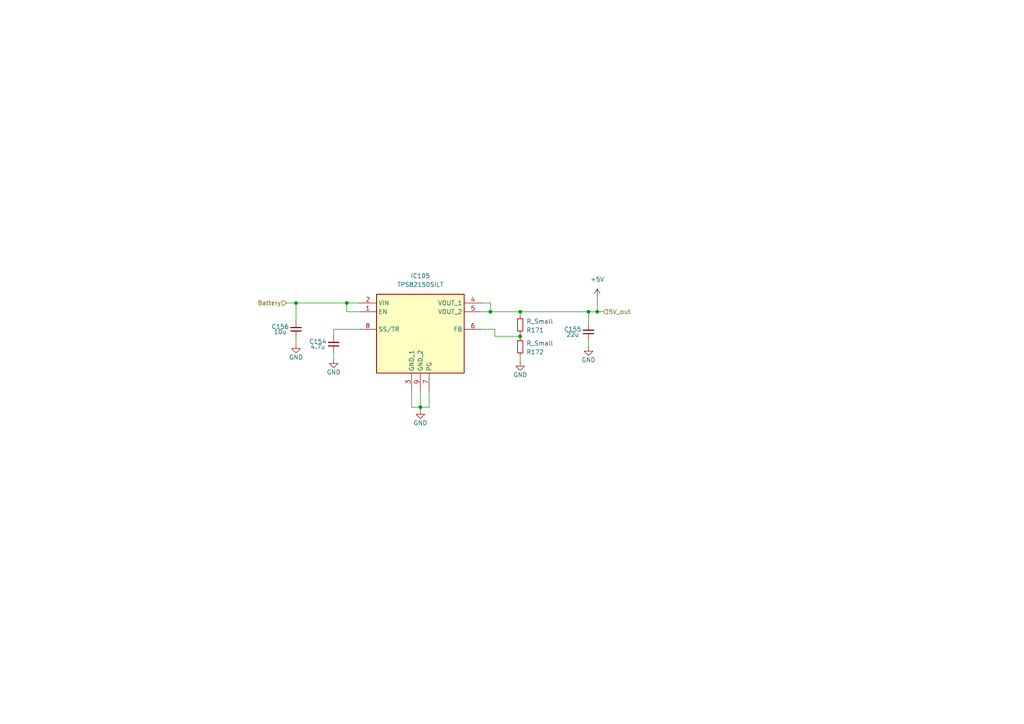
<source format=kicad_sch>
(kicad_sch (version 20231120) (generator "eeschema") (generator_version "8.0")
  (paper "A4")
  (lib_symbols
    (symbol "Device:C_Small" (pin_numbers hide) (pin_names (offset 0.254) hide)
      (property "Reference" "C" (at 0.254 1.778 0))
      (property "Value" "C_Small" (at 0.254 -2.032 0))
      (symbol "C_Small_0_1"
        (polyline (pts (xy -1.524 -0.508) (xy 1.524 -0.508)) (stroke (width 0.3302)))
        (polyline (pts (xy -1.524 0.508) (xy 1.524 0.508)) (stroke (width 0.3048)))
      )
      (symbol "C_Small_1_1"
        (pin passive line (at 0 2.54 270) (length 2.032) (name "~") (number "1"))
        (pin passive line (at 0 -2.54 90) (length 2.032) (name "~") (number "2"))
      )
    )
    (symbol "Device:R_Small" (pin_numbers hide) (pin_names (offset 0.254) hide)
      (property "Reference" "R" (at 0.762 0.508 0))
      (property "Value" "R_Small" (at 0.762 -1.016 0))
      (symbol "R_Small_0_1"
        (rectangle (start -0.762 1.778) (end 0.762 -1.778) (stroke (width 0.2032)))
      )
      (symbol "R_Small_1_1"
        (pin passive line (at 0 2.54 270) (length 0.762) (name "~") (number "1"))
        (pin passive line (at 0 -2.54 90) (length 0.762) (name "~") (number "2"))
      )
    )
    (symbol "SamacSys_Parts:TPS82150SILT"
      (property "Reference" "IC" (at 31.75 7.62 0))
      (property "Value" "TPS82150SILT" (at 31.75 5.08 0))
      (symbol "TPS82150SILT_1_1"
        (rectangle (start 5.08 2.54) (end 30.48 -20.32) (stroke (width 0.254)) (fill (type background)))
        (pin input line (at 0 -2.54 0) (length 5.08) (name "EN") (number "1"))
        (pin power_in line (at 0 0 0) (length 5.08) (name "VIN") (number "2"))
        (pin power_in line (at 15.24 -25.4 90) (length 5.08) (name "GND_1") (number "3"))
        (pin power_in line (at 35.56 0 180) (length 5.08) (name "VOUT_1") (number "4"))
        (pin power_in line (at 35.56 -2.54 180) (length 5.08) (name "VOUT_2") (number "5"))
        (pin input line (at 35.56 -7.62 180) (length 5.08) (name "FB") (number "6"))
        (pin output line (at 20.32 -25.4 90) (length 5.08) (name "PG") (number "7"))
        (pin input line (at 0 -7.62 0) (length 5.08) (name "SS/TR") (number "8"))
        (pin power_in line (at 17.78 -25.4 90) (length 5.08) (name "GND_2") (number "9"))
      )
    )
    (symbol "power:+5V" (power) (pin_numbers hide) (pin_names (offset 0) hide)
      (property "Value" "+5V" (at 0 3.556 0))
      (symbol "+5V_0_1"
        (polyline (pts (xy -0.762 1.27) (xy 0 2.54)))
        (polyline (pts (xy 0 0) (xy 0 2.54)))
        (polyline (pts (xy 0 2.54) (xy 0.762 1.27)))
      )
      (symbol "+5V_1_1"
        (pin power_in line (at 0 0 90) (length 0) (name "~") (number "1"))
      )
    )
    (symbol "power:GND" (power) (pin_names (offset 0))
      (property "Value" "GND" (at 0 -3.81 0))
      (symbol "GND_0_1"
        (polyline (pts (xy 0 0) (xy 0 -1.27) (xy 1.27 -1.27) (xy 0 -2.54) (xy -1.27 -1.27) (xy 0 -1.27)))
      )
      (symbol "GND_1_1"
        (pin power_in line (at 0 0 270) (length 0) hide (name "GND") (number "1"))
      )
    )
  )
  (junction (at 150.876 97.536))
  (junction (at 100.584 87.884))
  (junction (at 142.24 90.424))
  (junction (at 170.688 90.424))
  (junction (at 85.852 87.884))
  (junction (at 121.92 118.11))
  (junction (at 173.228 90.424))
  (junction (at 150.876 90.424))
  (wire (pts (xy 96.774 95.504) (xy 96.774 97.282)))
  (wire (pts (xy 170.688 90.424) (xy 170.688 93.726)))
  (wire (pts (xy 139.7 95.504) (xy 143.51 95.504)))
  (wire (pts (xy 170.688 90.424) (xy 173.228 90.424)))
  (wire (pts (xy 121.92 118.11) (xy 121.92 118.872)))
  (wire (pts (xy 173.228 90.424) (xy 173.228 86.36)))
  (wire (pts (xy 124.46 118.11) (xy 124.46 113.284)))
  (wire (pts (xy 83.058 87.884) (xy 85.852 87.884)))
  (wire (pts (xy 143.51 97.536) (xy 150.876 97.536)))
  (wire (pts (xy 119.38 113.284) (xy 119.38 118.11)))
  (wire (pts (xy 170.688 98.806) (xy 170.688 100.584)))
  (wire (pts (xy 142.24 87.884) (xy 139.7 87.884)))
  (wire (pts (xy 121.92 113.284) (xy 121.92 118.11)))
  (wire (pts (xy 150.876 96.774) (xy 150.876 97.536)))
  (wire (pts (xy 100.584 87.884) (xy 104.14 87.884)))
  (wire (pts (xy 85.852 87.884) (xy 100.584 87.884)))
  (wire (pts (xy 104.14 95.504) (xy 96.774 95.504)))
  (wire (pts (xy 142.24 90.424) (xy 150.876 90.424)))
  (wire (pts (xy 85.852 98.044) (xy 85.852 99.822)))
  (wire (pts (xy 142.24 90.424) (xy 142.24 87.884)))
  (wire (pts (xy 96.774 102.362) (xy 96.774 104.14)))
  (wire (pts (xy 150.876 97.536) (xy 150.876 98.044)))
  (wire (pts (xy 119.38 118.11) (xy 121.92 118.11)))
  (wire (pts (xy 100.584 90.424) (xy 100.584 87.884)))
  (wire (pts (xy 150.876 90.424) (xy 170.688 90.424)))
  (wire (pts (xy 121.92 118.11) (xy 124.46 118.11)))
  (wire (pts (xy 139.7 90.424) (xy 142.24 90.424)))
  (wire (pts (xy 85.852 87.884) (xy 85.852 92.964)))
  (wire (pts (xy 173.228 90.424) (xy 175.006 90.424)))
  (wire (pts (xy 143.51 95.504) (xy 143.51 97.536)))
  (wire (pts (xy 104.14 90.424) (xy 100.584 90.424)))
  (wire (pts (xy 150.876 103.124) (xy 150.876 104.902)))
  (wire (pts (xy 150.876 90.424) (xy 150.876 91.694)))
  (hierarchical_label "Battery" (shape input) (at 83.058 87.884 180))
  (hierarchical_label "5V_out" (shape input) (at 175.006 90.424 0))
  (symbol (lib_id "Device:R_Small") (at 150.876 94.234 0) (unit 1)
    (property "Reference" "R171" (at 152.654 95.758 0) (effects (justify left)))
    (property "Value" "R_Small" (at 152.654 93.218 0) (effects (justify left)))
    (property "Footprint" "Resistor_SMD:R_0603_1608Metric" (effects (hide yes)))
  )
  (symbol (lib_id "power:GND") (at 170.688 100.584 0) (mirror y) (unit 1)
    (property "Reference" "#PWR0251" (effects (hide yes)))
    (property "Value" "GND" (at 170.688 104.394 0))
  )
  (symbol (lib_id "Device:C_Small") (at 170.688 96.266 180) (unit 1)
    (property "Reference" "C155" (at 166.116 95.504 0))
    (property "Value" "22u" (at 166.116 97.028 0))
    (property "Footprint" "Capacitor_SMD:C_1206_3216Metric" (effects (hide yes)))
  )
  (symbol (lib_id "power:GND") (at 150.876 104.902 0) (mirror y) (unit 1)
    (property "Reference" "#PWR0250" (effects (hide yes)))
    (property "Value" "GND" (at 150.876 108.712 0))
  )
  (symbol (lib_id "power:GND") (at 121.92 118.872 0) (mirror y) (unit 1)
    (property "Reference" "#PWR0249" (effects (hide yes)))
    (property "Value" "GND" (at 121.92 122.682 0))
  )
  (symbol (lib_id "SamacSys_Parts:TPS82150SILT") (at 104.14 87.884 0) (unit 1)
    (property "Reference" "IC105" (at 121.92 80.01 0))
    (property "Value" "TPS82150SILT" (at 121.92 82.55 0))
    (property "Footprint" "SIL0008D" (effects (hide yes)))
    (property "Datasheet" "http://www.ti.com/lit/gpn/tps82150" (effects (hide yes)))
    (property "Description" "17V Input 1A Synchronous Step-Down Converter MicroSiP Module With Integrated Inductor" (effects (hide yes)))
    (property "Manufacturer_Name" "Texas Instruments" (effects (hide yes)))
    (property "Manufacturer_Part_Number" "TPS82150SILT" (effects (hide yes)))
    (property "Mouser Part Number" "595-TPS82150SILT" (effects (hide yes)))
    (property "Mouser Price/Stock" "https://www.mouser.co.uk/ProductDetail/Texas-Instruments/TPS82150SILT?qs=gt1LBUVyoHmVwOCDte1Xkg%3D%3D" (effects (hide yes)))
    (property "Arrow Part Number" "TPS82150SILT" (effects (hide yes)))
    (property "Arrow Price/Stock" "https://www.arrow.com/en/products/tps82150silt/texas-instruments?region=nac" (effects (hide yes)))
  )
  (symbol (lib_id "power:GND") (at 96.774 104.14 0) (mirror y) (unit 1)
    (property "Reference" "#PWR0248" (effects (hide yes)))
    (property "Value" "GND" (at 96.774 107.95 0))
  )
  (symbol (lib_id "power:GND") (at 85.852 99.822 0) (mirror y) (unit 1)
    (property "Reference" "#PWR0253" (effects (hide yes)))
    (property "Value" "GND" (at 85.852 103.632 0))
  )
  (symbol (lib_id "Device:C_Small") (at 85.852 95.504 180) (unit 1)
    (property "Reference" "C156" (at 81.28 94.742 0))
    (property "Value" "10u" (at 81.28 96.266 0))
    (property "Footprint" "Capacitor_SMD:C_1206_3216Metric" (effects (hide yes)))
  )
  (symbol (lib_id "Device:R_Small") (at 150.876 100.584 0) (unit 1)
    (property "Reference" "R172" (at 152.654 102.108 0) (effects (justify left)))
    (property "Value" "R_Small" (at 152.654 99.568 0) (effects (justify left)))
    (property "Footprint" "Resistor_SMD:R_0603_1608Metric" (effects (hide yes)))
  )
  (symbol (lib_id "Device:C_Small") (at 96.774 99.822 180) (unit 1)
    (property "Reference" "C154" (at 92.202 99.06 0))
    (property "Value" "4.7u" (at 92.202 100.584 0))
    (property "Footprint" "Capacitor_SMD:C_0603_1608Metric" (effects (hide yes)))
  )
  (symbol (lib_id "power:+5V") (at 173.228 86.36 0) (unit 1)
    (property "Reference" "#PWR0252" (effects (hide yes)))
    (property "Value" "+5V" (at 173.228 81.026 0))
    (property "Description" "Power symbol creates a global label with name \"+5V\"" (effects (hide yes)))
  )
)
</source>
